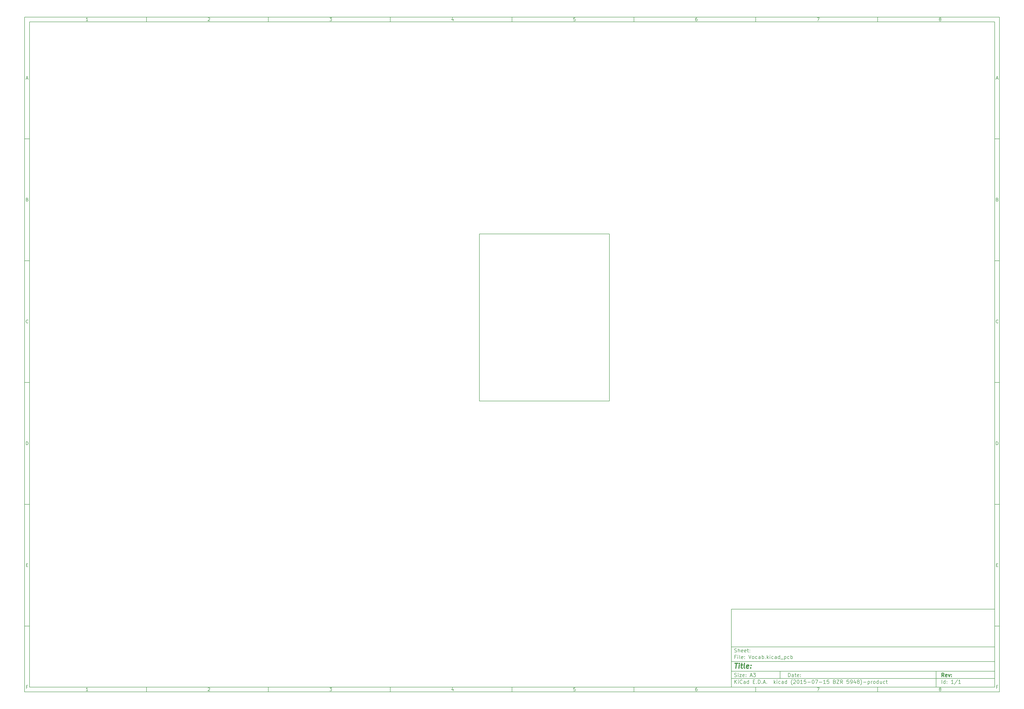
<source format=gbr>
G04 #@! TF.FileFunction,Profile,NP*
%FSLAX46Y46*%
G04 Gerber Fmt 4.6, Leading zero omitted, Abs format (unit mm)*
G04 Created by KiCad (PCBNEW (2015-07-15 BZR 5948)-product) date Tue 15 Sep 2015 04:10:27 BST*
%MOMM*%
G01*
G04 APERTURE LIST*
%ADD10C,0.150000*%
%ADD11C,0.300000*%
%ADD12C,0.400000*%
G04 APERTURE END LIST*
D10*
X299989000Y-253002200D02*
X299989000Y-285002200D01*
X407989000Y-285002200D01*
X407989000Y-253002200D01*
X299989000Y-253002200D01*
X10000000Y-10000000D02*
X10000000Y-287002200D01*
X409989000Y-287002200D01*
X409989000Y-10000000D01*
X10000000Y-10000000D01*
X12000000Y-12000000D02*
X12000000Y-285002200D01*
X407989000Y-285002200D01*
X407989000Y-12000000D01*
X12000000Y-12000000D01*
X60000000Y-12000000D02*
X60000000Y-10000000D01*
X110000000Y-12000000D02*
X110000000Y-10000000D01*
X160000000Y-12000000D02*
X160000000Y-10000000D01*
X210000000Y-12000000D02*
X210000000Y-10000000D01*
X260000000Y-12000000D02*
X260000000Y-10000000D01*
X310000000Y-12000000D02*
X310000000Y-10000000D01*
X360000000Y-12000000D02*
X360000000Y-10000000D01*
X35990476Y-11588095D02*
X35247619Y-11588095D01*
X35619048Y-11588095D02*
X35619048Y-10288095D01*
X35495238Y-10473810D01*
X35371429Y-10597619D01*
X35247619Y-10659524D01*
X85247619Y-10411905D02*
X85309524Y-10350000D01*
X85433333Y-10288095D01*
X85742857Y-10288095D01*
X85866667Y-10350000D01*
X85928571Y-10411905D01*
X85990476Y-10535714D01*
X85990476Y-10659524D01*
X85928571Y-10845238D01*
X85185714Y-11588095D01*
X85990476Y-11588095D01*
X135185714Y-10288095D02*
X135990476Y-10288095D01*
X135557143Y-10783333D01*
X135742857Y-10783333D01*
X135866667Y-10845238D01*
X135928571Y-10907143D01*
X135990476Y-11030952D01*
X135990476Y-11340476D01*
X135928571Y-11464286D01*
X135866667Y-11526190D01*
X135742857Y-11588095D01*
X135371429Y-11588095D01*
X135247619Y-11526190D01*
X135185714Y-11464286D01*
X185866667Y-10721429D02*
X185866667Y-11588095D01*
X185557143Y-10226190D02*
X185247619Y-11154762D01*
X186052381Y-11154762D01*
X235928571Y-10288095D02*
X235309524Y-10288095D01*
X235247619Y-10907143D01*
X235309524Y-10845238D01*
X235433333Y-10783333D01*
X235742857Y-10783333D01*
X235866667Y-10845238D01*
X235928571Y-10907143D01*
X235990476Y-11030952D01*
X235990476Y-11340476D01*
X235928571Y-11464286D01*
X235866667Y-11526190D01*
X235742857Y-11588095D01*
X235433333Y-11588095D01*
X235309524Y-11526190D01*
X235247619Y-11464286D01*
X285866667Y-10288095D02*
X285619048Y-10288095D01*
X285495238Y-10350000D01*
X285433333Y-10411905D01*
X285309524Y-10597619D01*
X285247619Y-10845238D01*
X285247619Y-11340476D01*
X285309524Y-11464286D01*
X285371429Y-11526190D01*
X285495238Y-11588095D01*
X285742857Y-11588095D01*
X285866667Y-11526190D01*
X285928571Y-11464286D01*
X285990476Y-11340476D01*
X285990476Y-11030952D01*
X285928571Y-10907143D01*
X285866667Y-10845238D01*
X285742857Y-10783333D01*
X285495238Y-10783333D01*
X285371429Y-10845238D01*
X285309524Y-10907143D01*
X285247619Y-11030952D01*
X335185714Y-10288095D02*
X336052381Y-10288095D01*
X335495238Y-11588095D01*
X385495238Y-10845238D02*
X385371429Y-10783333D01*
X385309524Y-10721429D01*
X385247619Y-10597619D01*
X385247619Y-10535714D01*
X385309524Y-10411905D01*
X385371429Y-10350000D01*
X385495238Y-10288095D01*
X385742857Y-10288095D01*
X385866667Y-10350000D01*
X385928571Y-10411905D01*
X385990476Y-10535714D01*
X385990476Y-10597619D01*
X385928571Y-10721429D01*
X385866667Y-10783333D01*
X385742857Y-10845238D01*
X385495238Y-10845238D01*
X385371429Y-10907143D01*
X385309524Y-10969048D01*
X385247619Y-11092857D01*
X385247619Y-11340476D01*
X385309524Y-11464286D01*
X385371429Y-11526190D01*
X385495238Y-11588095D01*
X385742857Y-11588095D01*
X385866667Y-11526190D01*
X385928571Y-11464286D01*
X385990476Y-11340476D01*
X385990476Y-11092857D01*
X385928571Y-10969048D01*
X385866667Y-10907143D01*
X385742857Y-10845238D01*
X60000000Y-285002200D02*
X60000000Y-287002200D01*
X110000000Y-285002200D02*
X110000000Y-287002200D01*
X160000000Y-285002200D02*
X160000000Y-287002200D01*
X210000000Y-285002200D02*
X210000000Y-287002200D01*
X260000000Y-285002200D02*
X260000000Y-287002200D01*
X310000000Y-285002200D02*
X310000000Y-287002200D01*
X360000000Y-285002200D02*
X360000000Y-287002200D01*
X35990476Y-286590295D02*
X35247619Y-286590295D01*
X35619048Y-286590295D02*
X35619048Y-285290295D01*
X35495238Y-285476010D01*
X35371429Y-285599819D01*
X35247619Y-285661724D01*
X85247619Y-285414105D02*
X85309524Y-285352200D01*
X85433333Y-285290295D01*
X85742857Y-285290295D01*
X85866667Y-285352200D01*
X85928571Y-285414105D01*
X85990476Y-285537914D01*
X85990476Y-285661724D01*
X85928571Y-285847438D01*
X85185714Y-286590295D01*
X85990476Y-286590295D01*
X135185714Y-285290295D02*
X135990476Y-285290295D01*
X135557143Y-285785533D01*
X135742857Y-285785533D01*
X135866667Y-285847438D01*
X135928571Y-285909343D01*
X135990476Y-286033152D01*
X135990476Y-286342676D01*
X135928571Y-286466486D01*
X135866667Y-286528390D01*
X135742857Y-286590295D01*
X135371429Y-286590295D01*
X135247619Y-286528390D01*
X135185714Y-286466486D01*
X185866667Y-285723629D02*
X185866667Y-286590295D01*
X185557143Y-285228390D02*
X185247619Y-286156962D01*
X186052381Y-286156962D01*
X235928571Y-285290295D02*
X235309524Y-285290295D01*
X235247619Y-285909343D01*
X235309524Y-285847438D01*
X235433333Y-285785533D01*
X235742857Y-285785533D01*
X235866667Y-285847438D01*
X235928571Y-285909343D01*
X235990476Y-286033152D01*
X235990476Y-286342676D01*
X235928571Y-286466486D01*
X235866667Y-286528390D01*
X235742857Y-286590295D01*
X235433333Y-286590295D01*
X235309524Y-286528390D01*
X235247619Y-286466486D01*
X285866667Y-285290295D02*
X285619048Y-285290295D01*
X285495238Y-285352200D01*
X285433333Y-285414105D01*
X285309524Y-285599819D01*
X285247619Y-285847438D01*
X285247619Y-286342676D01*
X285309524Y-286466486D01*
X285371429Y-286528390D01*
X285495238Y-286590295D01*
X285742857Y-286590295D01*
X285866667Y-286528390D01*
X285928571Y-286466486D01*
X285990476Y-286342676D01*
X285990476Y-286033152D01*
X285928571Y-285909343D01*
X285866667Y-285847438D01*
X285742857Y-285785533D01*
X285495238Y-285785533D01*
X285371429Y-285847438D01*
X285309524Y-285909343D01*
X285247619Y-286033152D01*
X335185714Y-285290295D02*
X336052381Y-285290295D01*
X335495238Y-286590295D01*
X385495238Y-285847438D02*
X385371429Y-285785533D01*
X385309524Y-285723629D01*
X385247619Y-285599819D01*
X385247619Y-285537914D01*
X385309524Y-285414105D01*
X385371429Y-285352200D01*
X385495238Y-285290295D01*
X385742857Y-285290295D01*
X385866667Y-285352200D01*
X385928571Y-285414105D01*
X385990476Y-285537914D01*
X385990476Y-285599819D01*
X385928571Y-285723629D01*
X385866667Y-285785533D01*
X385742857Y-285847438D01*
X385495238Y-285847438D01*
X385371429Y-285909343D01*
X385309524Y-285971248D01*
X385247619Y-286095057D01*
X385247619Y-286342676D01*
X385309524Y-286466486D01*
X385371429Y-286528390D01*
X385495238Y-286590295D01*
X385742857Y-286590295D01*
X385866667Y-286528390D01*
X385928571Y-286466486D01*
X385990476Y-286342676D01*
X385990476Y-286095057D01*
X385928571Y-285971248D01*
X385866667Y-285909343D01*
X385742857Y-285847438D01*
X10000000Y-60000000D02*
X12000000Y-60000000D01*
X10000000Y-110000000D02*
X12000000Y-110000000D01*
X10000000Y-160000000D02*
X12000000Y-160000000D01*
X10000000Y-210000000D02*
X12000000Y-210000000D01*
X10000000Y-260000000D02*
X12000000Y-260000000D01*
X10690476Y-35216667D02*
X11309524Y-35216667D01*
X10566667Y-35588095D02*
X11000000Y-34288095D01*
X11433333Y-35588095D01*
X11092857Y-84907143D02*
X11278571Y-84969048D01*
X11340476Y-85030952D01*
X11402381Y-85154762D01*
X11402381Y-85340476D01*
X11340476Y-85464286D01*
X11278571Y-85526190D01*
X11154762Y-85588095D01*
X10659524Y-85588095D01*
X10659524Y-84288095D01*
X11092857Y-84288095D01*
X11216667Y-84350000D01*
X11278571Y-84411905D01*
X11340476Y-84535714D01*
X11340476Y-84659524D01*
X11278571Y-84783333D01*
X11216667Y-84845238D01*
X11092857Y-84907143D01*
X10659524Y-84907143D01*
X11402381Y-135464286D02*
X11340476Y-135526190D01*
X11154762Y-135588095D01*
X11030952Y-135588095D01*
X10845238Y-135526190D01*
X10721429Y-135402381D01*
X10659524Y-135278571D01*
X10597619Y-135030952D01*
X10597619Y-134845238D01*
X10659524Y-134597619D01*
X10721429Y-134473810D01*
X10845238Y-134350000D01*
X11030952Y-134288095D01*
X11154762Y-134288095D01*
X11340476Y-134350000D01*
X11402381Y-134411905D01*
X10659524Y-185588095D02*
X10659524Y-184288095D01*
X10969048Y-184288095D01*
X11154762Y-184350000D01*
X11278571Y-184473810D01*
X11340476Y-184597619D01*
X11402381Y-184845238D01*
X11402381Y-185030952D01*
X11340476Y-185278571D01*
X11278571Y-185402381D01*
X11154762Y-185526190D01*
X10969048Y-185588095D01*
X10659524Y-185588095D01*
X10721429Y-234907143D02*
X11154762Y-234907143D01*
X11340476Y-235588095D02*
X10721429Y-235588095D01*
X10721429Y-234288095D01*
X11340476Y-234288095D01*
X11185714Y-284907143D02*
X10752381Y-284907143D01*
X10752381Y-285588095D02*
X10752381Y-284288095D01*
X11371428Y-284288095D01*
X409989000Y-60000000D02*
X407989000Y-60000000D01*
X409989000Y-110000000D02*
X407989000Y-110000000D01*
X409989000Y-160000000D02*
X407989000Y-160000000D01*
X409989000Y-210000000D02*
X407989000Y-210000000D01*
X409989000Y-260000000D02*
X407989000Y-260000000D01*
X408679476Y-35216667D02*
X409298524Y-35216667D01*
X408555667Y-35588095D02*
X408989000Y-34288095D01*
X409422333Y-35588095D01*
X409081857Y-84907143D02*
X409267571Y-84969048D01*
X409329476Y-85030952D01*
X409391381Y-85154762D01*
X409391381Y-85340476D01*
X409329476Y-85464286D01*
X409267571Y-85526190D01*
X409143762Y-85588095D01*
X408648524Y-85588095D01*
X408648524Y-84288095D01*
X409081857Y-84288095D01*
X409205667Y-84350000D01*
X409267571Y-84411905D01*
X409329476Y-84535714D01*
X409329476Y-84659524D01*
X409267571Y-84783333D01*
X409205667Y-84845238D01*
X409081857Y-84907143D01*
X408648524Y-84907143D01*
X409391381Y-135464286D02*
X409329476Y-135526190D01*
X409143762Y-135588095D01*
X409019952Y-135588095D01*
X408834238Y-135526190D01*
X408710429Y-135402381D01*
X408648524Y-135278571D01*
X408586619Y-135030952D01*
X408586619Y-134845238D01*
X408648524Y-134597619D01*
X408710429Y-134473810D01*
X408834238Y-134350000D01*
X409019952Y-134288095D01*
X409143762Y-134288095D01*
X409329476Y-134350000D01*
X409391381Y-134411905D01*
X408648524Y-185588095D02*
X408648524Y-184288095D01*
X408958048Y-184288095D01*
X409143762Y-184350000D01*
X409267571Y-184473810D01*
X409329476Y-184597619D01*
X409391381Y-184845238D01*
X409391381Y-185030952D01*
X409329476Y-185278571D01*
X409267571Y-185402381D01*
X409143762Y-185526190D01*
X408958048Y-185588095D01*
X408648524Y-185588095D01*
X408710429Y-234907143D02*
X409143762Y-234907143D01*
X409329476Y-235588095D02*
X408710429Y-235588095D01*
X408710429Y-234288095D01*
X409329476Y-234288095D01*
X409174714Y-284907143D02*
X408741381Y-284907143D01*
X408741381Y-285588095D02*
X408741381Y-284288095D01*
X409360428Y-284288095D01*
X323346143Y-280780771D02*
X323346143Y-279280771D01*
X323703286Y-279280771D01*
X323917571Y-279352200D01*
X324060429Y-279495057D01*
X324131857Y-279637914D01*
X324203286Y-279923629D01*
X324203286Y-280137914D01*
X324131857Y-280423629D01*
X324060429Y-280566486D01*
X323917571Y-280709343D01*
X323703286Y-280780771D01*
X323346143Y-280780771D01*
X325489000Y-280780771D02*
X325489000Y-279995057D01*
X325417571Y-279852200D01*
X325274714Y-279780771D01*
X324989000Y-279780771D01*
X324846143Y-279852200D01*
X325489000Y-280709343D02*
X325346143Y-280780771D01*
X324989000Y-280780771D01*
X324846143Y-280709343D01*
X324774714Y-280566486D01*
X324774714Y-280423629D01*
X324846143Y-280280771D01*
X324989000Y-280209343D01*
X325346143Y-280209343D01*
X325489000Y-280137914D01*
X325989000Y-279780771D02*
X326560429Y-279780771D01*
X326203286Y-279280771D02*
X326203286Y-280566486D01*
X326274714Y-280709343D01*
X326417572Y-280780771D01*
X326560429Y-280780771D01*
X327631857Y-280709343D02*
X327489000Y-280780771D01*
X327203286Y-280780771D01*
X327060429Y-280709343D01*
X326989000Y-280566486D01*
X326989000Y-279995057D01*
X327060429Y-279852200D01*
X327203286Y-279780771D01*
X327489000Y-279780771D01*
X327631857Y-279852200D01*
X327703286Y-279995057D01*
X327703286Y-280137914D01*
X326989000Y-280280771D01*
X328346143Y-280637914D02*
X328417571Y-280709343D01*
X328346143Y-280780771D01*
X328274714Y-280709343D01*
X328346143Y-280637914D01*
X328346143Y-280780771D01*
X328346143Y-279852200D02*
X328417571Y-279923629D01*
X328346143Y-279995057D01*
X328274714Y-279923629D01*
X328346143Y-279852200D01*
X328346143Y-279995057D01*
X299989000Y-281502200D02*
X407989000Y-281502200D01*
X301346143Y-283580771D02*
X301346143Y-282080771D01*
X302203286Y-283580771D02*
X301560429Y-282723629D01*
X302203286Y-282080771D02*
X301346143Y-282937914D01*
X302846143Y-283580771D02*
X302846143Y-282580771D01*
X302846143Y-282080771D02*
X302774714Y-282152200D01*
X302846143Y-282223629D01*
X302917571Y-282152200D01*
X302846143Y-282080771D01*
X302846143Y-282223629D01*
X304417572Y-283437914D02*
X304346143Y-283509343D01*
X304131857Y-283580771D01*
X303989000Y-283580771D01*
X303774715Y-283509343D01*
X303631857Y-283366486D01*
X303560429Y-283223629D01*
X303489000Y-282937914D01*
X303489000Y-282723629D01*
X303560429Y-282437914D01*
X303631857Y-282295057D01*
X303774715Y-282152200D01*
X303989000Y-282080771D01*
X304131857Y-282080771D01*
X304346143Y-282152200D01*
X304417572Y-282223629D01*
X305703286Y-283580771D02*
X305703286Y-282795057D01*
X305631857Y-282652200D01*
X305489000Y-282580771D01*
X305203286Y-282580771D01*
X305060429Y-282652200D01*
X305703286Y-283509343D02*
X305560429Y-283580771D01*
X305203286Y-283580771D01*
X305060429Y-283509343D01*
X304989000Y-283366486D01*
X304989000Y-283223629D01*
X305060429Y-283080771D01*
X305203286Y-283009343D01*
X305560429Y-283009343D01*
X305703286Y-282937914D01*
X307060429Y-283580771D02*
X307060429Y-282080771D01*
X307060429Y-283509343D02*
X306917572Y-283580771D01*
X306631858Y-283580771D01*
X306489000Y-283509343D01*
X306417572Y-283437914D01*
X306346143Y-283295057D01*
X306346143Y-282866486D01*
X306417572Y-282723629D01*
X306489000Y-282652200D01*
X306631858Y-282580771D01*
X306917572Y-282580771D01*
X307060429Y-282652200D01*
X308917572Y-282795057D02*
X309417572Y-282795057D01*
X309631858Y-283580771D02*
X308917572Y-283580771D01*
X308917572Y-282080771D01*
X309631858Y-282080771D01*
X310274715Y-283437914D02*
X310346143Y-283509343D01*
X310274715Y-283580771D01*
X310203286Y-283509343D01*
X310274715Y-283437914D01*
X310274715Y-283580771D01*
X310989001Y-283580771D02*
X310989001Y-282080771D01*
X311346144Y-282080771D01*
X311560429Y-282152200D01*
X311703287Y-282295057D01*
X311774715Y-282437914D01*
X311846144Y-282723629D01*
X311846144Y-282937914D01*
X311774715Y-283223629D01*
X311703287Y-283366486D01*
X311560429Y-283509343D01*
X311346144Y-283580771D01*
X310989001Y-283580771D01*
X312489001Y-283437914D02*
X312560429Y-283509343D01*
X312489001Y-283580771D01*
X312417572Y-283509343D01*
X312489001Y-283437914D01*
X312489001Y-283580771D01*
X313131858Y-283152200D02*
X313846144Y-283152200D01*
X312989001Y-283580771D02*
X313489001Y-282080771D01*
X313989001Y-283580771D01*
X314489001Y-283437914D02*
X314560429Y-283509343D01*
X314489001Y-283580771D01*
X314417572Y-283509343D01*
X314489001Y-283437914D01*
X314489001Y-283580771D01*
X317489001Y-283580771D02*
X317489001Y-282080771D01*
X317631858Y-283009343D02*
X318060429Y-283580771D01*
X318060429Y-282580771D02*
X317489001Y-283152200D01*
X318703287Y-283580771D02*
X318703287Y-282580771D01*
X318703287Y-282080771D02*
X318631858Y-282152200D01*
X318703287Y-282223629D01*
X318774715Y-282152200D01*
X318703287Y-282080771D01*
X318703287Y-282223629D01*
X320060430Y-283509343D02*
X319917573Y-283580771D01*
X319631859Y-283580771D01*
X319489001Y-283509343D01*
X319417573Y-283437914D01*
X319346144Y-283295057D01*
X319346144Y-282866486D01*
X319417573Y-282723629D01*
X319489001Y-282652200D01*
X319631859Y-282580771D01*
X319917573Y-282580771D01*
X320060430Y-282652200D01*
X321346144Y-283580771D02*
X321346144Y-282795057D01*
X321274715Y-282652200D01*
X321131858Y-282580771D01*
X320846144Y-282580771D01*
X320703287Y-282652200D01*
X321346144Y-283509343D02*
X321203287Y-283580771D01*
X320846144Y-283580771D01*
X320703287Y-283509343D01*
X320631858Y-283366486D01*
X320631858Y-283223629D01*
X320703287Y-283080771D01*
X320846144Y-283009343D01*
X321203287Y-283009343D01*
X321346144Y-282937914D01*
X322703287Y-283580771D02*
X322703287Y-282080771D01*
X322703287Y-283509343D02*
X322560430Y-283580771D01*
X322274716Y-283580771D01*
X322131858Y-283509343D01*
X322060430Y-283437914D01*
X321989001Y-283295057D01*
X321989001Y-282866486D01*
X322060430Y-282723629D01*
X322131858Y-282652200D01*
X322274716Y-282580771D01*
X322560430Y-282580771D01*
X322703287Y-282652200D01*
X324989001Y-284152200D02*
X324917573Y-284080771D01*
X324774716Y-283866486D01*
X324703287Y-283723629D01*
X324631858Y-283509343D01*
X324560430Y-283152200D01*
X324560430Y-282866486D01*
X324631858Y-282509343D01*
X324703287Y-282295057D01*
X324774716Y-282152200D01*
X324917573Y-281937914D01*
X324989001Y-281866486D01*
X325489001Y-282223629D02*
X325560430Y-282152200D01*
X325703287Y-282080771D01*
X326060430Y-282080771D01*
X326203287Y-282152200D01*
X326274716Y-282223629D01*
X326346144Y-282366486D01*
X326346144Y-282509343D01*
X326274716Y-282723629D01*
X325417573Y-283580771D01*
X326346144Y-283580771D01*
X327274715Y-282080771D02*
X327417572Y-282080771D01*
X327560429Y-282152200D01*
X327631858Y-282223629D01*
X327703287Y-282366486D01*
X327774715Y-282652200D01*
X327774715Y-283009343D01*
X327703287Y-283295057D01*
X327631858Y-283437914D01*
X327560429Y-283509343D01*
X327417572Y-283580771D01*
X327274715Y-283580771D01*
X327131858Y-283509343D01*
X327060429Y-283437914D01*
X326989001Y-283295057D01*
X326917572Y-283009343D01*
X326917572Y-282652200D01*
X326989001Y-282366486D01*
X327060429Y-282223629D01*
X327131858Y-282152200D01*
X327274715Y-282080771D01*
X329203286Y-283580771D02*
X328346143Y-283580771D01*
X328774715Y-283580771D02*
X328774715Y-282080771D01*
X328631858Y-282295057D01*
X328489000Y-282437914D01*
X328346143Y-282509343D01*
X330560429Y-282080771D02*
X329846143Y-282080771D01*
X329774714Y-282795057D01*
X329846143Y-282723629D01*
X329989000Y-282652200D01*
X330346143Y-282652200D01*
X330489000Y-282723629D01*
X330560429Y-282795057D01*
X330631857Y-282937914D01*
X330631857Y-283295057D01*
X330560429Y-283437914D01*
X330489000Y-283509343D01*
X330346143Y-283580771D01*
X329989000Y-283580771D01*
X329846143Y-283509343D01*
X329774714Y-283437914D01*
X331274714Y-283009343D02*
X332417571Y-283009343D01*
X333417571Y-282080771D02*
X333560428Y-282080771D01*
X333703285Y-282152200D01*
X333774714Y-282223629D01*
X333846143Y-282366486D01*
X333917571Y-282652200D01*
X333917571Y-283009343D01*
X333846143Y-283295057D01*
X333774714Y-283437914D01*
X333703285Y-283509343D01*
X333560428Y-283580771D01*
X333417571Y-283580771D01*
X333274714Y-283509343D01*
X333203285Y-283437914D01*
X333131857Y-283295057D01*
X333060428Y-283009343D01*
X333060428Y-282652200D01*
X333131857Y-282366486D01*
X333203285Y-282223629D01*
X333274714Y-282152200D01*
X333417571Y-282080771D01*
X334417571Y-282080771D02*
X335417571Y-282080771D01*
X334774714Y-283580771D01*
X335988999Y-283009343D02*
X337131856Y-283009343D01*
X338631856Y-283580771D02*
X337774713Y-283580771D01*
X338203285Y-283580771D02*
X338203285Y-282080771D01*
X338060428Y-282295057D01*
X337917570Y-282437914D01*
X337774713Y-282509343D01*
X339988999Y-282080771D02*
X339274713Y-282080771D01*
X339203284Y-282795057D01*
X339274713Y-282723629D01*
X339417570Y-282652200D01*
X339774713Y-282652200D01*
X339917570Y-282723629D01*
X339988999Y-282795057D01*
X340060427Y-282937914D01*
X340060427Y-283295057D01*
X339988999Y-283437914D01*
X339917570Y-283509343D01*
X339774713Y-283580771D01*
X339417570Y-283580771D01*
X339274713Y-283509343D01*
X339203284Y-283437914D01*
X342346141Y-282795057D02*
X342560427Y-282866486D01*
X342631855Y-282937914D01*
X342703284Y-283080771D01*
X342703284Y-283295057D01*
X342631855Y-283437914D01*
X342560427Y-283509343D01*
X342417569Y-283580771D01*
X341846141Y-283580771D01*
X341846141Y-282080771D01*
X342346141Y-282080771D01*
X342488998Y-282152200D01*
X342560427Y-282223629D01*
X342631855Y-282366486D01*
X342631855Y-282509343D01*
X342560427Y-282652200D01*
X342488998Y-282723629D01*
X342346141Y-282795057D01*
X341846141Y-282795057D01*
X343203284Y-282080771D02*
X344203284Y-282080771D01*
X343203284Y-283580771D01*
X344203284Y-283580771D01*
X345631855Y-283580771D02*
X345131855Y-282866486D01*
X344774712Y-283580771D02*
X344774712Y-282080771D01*
X345346140Y-282080771D01*
X345488998Y-282152200D01*
X345560426Y-282223629D01*
X345631855Y-282366486D01*
X345631855Y-282580771D01*
X345560426Y-282723629D01*
X345488998Y-282795057D01*
X345346140Y-282866486D01*
X344774712Y-282866486D01*
X348131855Y-282080771D02*
X347417569Y-282080771D01*
X347346140Y-282795057D01*
X347417569Y-282723629D01*
X347560426Y-282652200D01*
X347917569Y-282652200D01*
X348060426Y-282723629D01*
X348131855Y-282795057D01*
X348203283Y-282937914D01*
X348203283Y-283295057D01*
X348131855Y-283437914D01*
X348060426Y-283509343D01*
X347917569Y-283580771D01*
X347560426Y-283580771D01*
X347417569Y-283509343D01*
X347346140Y-283437914D01*
X348917568Y-283580771D02*
X349203283Y-283580771D01*
X349346140Y-283509343D01*
X349417568Y-283437914D01*
X349560426Y-283223629D01*
X349631854Y-282937914D01*
X349631854Y-282366486D01*
X349560426Y-282223629D01*
X349488997Y-282152200D01*
X349346140Y-282080771D01*
X349060426Y-282080771D01*
X348917568Y-282152200D01*
X348846140Y-282223629D01*
X348774711Y-282366486D01*
X348774711Y-282723629D01*
X348846140Y-282866486D01*
X348917568Y-282937914D01*
X349060426Y-283009343D01*
X349346140Y-283009343D01*
X349488997Y-282937914D01*
X349560426Y-282866486D01*
X349631854Y-282723629D01*
X350917568Y-282580771D02*
X350917568Y-283580771D01*
X350560425Y-282009343D02*
X350203282Y-283080771D01*
X351131854Y-283080771D01*
X351917568Y-282723629D02*
X351774710Y-282652200D01*
X351703282Y-282580771D01*
X351631853Y-282437914D01*
X351631853Y-282366486D01*
X351703282Y-282223629D01*
X351774710Y-282152200D01*
X351917568Y-282080771D01*
X352203282Y-282080771D01*
X352346139Y-282152200D01*
X352417568Y-282223629D01*
X352488996Y-282366486D01*
X352488996Y-282437914D01*
X352417568Y-282580771D01*
X352346139Y-282652200D01*
X352203282Y-282723629D01*
X351917568Y-282723629D01*
X351774710Y-282795057D01*
X351703282Y-282866486D01*
X351631853Y-283009343D01*
X351631853Y-283295057D01*
X351703282Y-283437914D01*
X351774710Y-283509343D01*
X351917568Y-283580771D01*
X352203282Y-283580771D01*
X352346139Y-283509343D01*
X352417568Y-283437914D01*
X352488996Y-283295057D01*
X352488996Y-283009343D01*
X352417568Y-282866486D01*
X352346139Y-282795057D01*
X352203282Y-282723629D01*
X352988996Y-284152200D02*
X353060424Y-284080771D01*
X353203281Y-283866486D01*
X353274710Y-283723629D01*
X353346139Y-283509343D01*
X353417567Y-283152200D01*
X353417567Y-282866486D01*
X353346139Y-282509343D01*
X353274710Y-282295057D01*
X353203281Y-282152200D01*
X353060424Y-281937914D01*
X352988996Y-281866486D01*
X354131853Y-283009343D02*
X355274710Y-283009343D01*
X355988996Y-282580771D02*
X355988996Y-284080771D01*
X355988996Y-282652200D02*
X356131853Y-282580771D01*
X356417567Y-282580771D01*
X356560424Y-282652200D01*
X356631853Y-282723629D01*
X356703282Y-282866486D01*
X356703282Y-283295057D01*
X356631853Y-283437914D01*
X356560424Y-283509343D01*
X356417567Y-283580771D01*
X356131853Y-283580771D01*
X355988996Y-283509343D01*
X357346139Y-283580771D02*
X357346139Y-282580771D01*
X357346139Y-282866486D02*
X357417567Y-282723629D01*
X357488996Y-282652200D01*
X357631853Y-282580771D01*
X357774710Y-282580771D01*
X358488996Y-283580771D02*
X358346138Y-283509343D01*
X358274710Y-283437914D01*
X358203281Y-283295057D01*
X358203281Y-282866486D01*
X358274710Y-282723629D01*
X358346138Y-282652200D01*
X358488996Y-282580771D01*
X358703281Y-282580771D01*
X358846138Y-282652200D01*
X358917567Y-282723629D01*
X358988996Y-282866486D01*
X358988996Y-283295057D01*
X358917567Y-283437914D01*
X358846138Y-283509343D01*
X358703281Y-283580771D01*
X358488996Y-283580771D01*
X360274710Y-283580771D02*
X360274710Y-282080771D01*
X360274710Y-283509343D02*
X360131853Y-283580771D01*
X359846139Y-283580771D01*
X359703281Y-283509343D01*
X359631853Y-283437914D01*
X359560424Y-283295057D01*
X359560424Y-282866486D01*
X359631853Y-282723629D01*
X359703281Y-282652200D01*
X359846139Y-282580771D01*
X360131853Y-282580771D01*
X360274710Y-282652200D01*
X361631853Y-282580771D02*
X361631853Y-283580771D01*
X360988996Y-282580771D02*
X360988996Y-283366486D01*
X361060424Y-283509343D01*
X361203282Y-283580771D01*
X361417567Y-283580771D01*
X361560424Y-283509343D01*
X361631853Y-283437914D01*
X362988996Y-283509343D02*
X362846139Y-283580771D01*
X362560425Y-283580771D01*
X362417567Y-283509343D01*
X362346139Y-283437914D01*
X362274710Y-283295057D01*
X362274710Y-282866486D01*
X362346139Y-282723629D01*
X362417567Y-282652200D01*
X362560425Y-282580771D01*
X362846139Y-282580771D01*
X362988996Y-282652200D01*
X363417567Y-282580771D02*
X363988996Y-282580771D01*
X363631853Y-282080771D02*
X363631853Y-283366486D01*
X363703281Y-283509343D01*
X363846139Y-283580771D01*
X363988996Y-283580771D01*
X299989000Y-278502200D02*
X407989000Y-278502200D01*
D11*
X387203286Y-280780771D02*
X386703286Y-280066486D01*
X386346143Y-280780771D02*
X386346143Y-279280771D01*
X386917571Y-279280771D01*
X387060429Y-279352200D01*
X387131857Y-279423629D01*
X387203286Y-279566486D01*
X387203286Y-279780771D01*
X387131857Y-279923629D01*
X387060429Y-279995057D01*
X386917571Y-280066486D01*
X386346143Y-280066486D01*
X388417571Y-280709343D02*
X388274714Y-280780771D01*
X387989000Y-280780771D01*
X387846143Y-280709343D01*
X387774714Y-280566486D01*
X387774714Y-279995057D01*
X387846143Y-279852200D01*
X387989000Y-279780771D01*
X388274714Y-279780771D01*
X388417571Y-279852200D01*
X388489000Y-279995057D01*
X388489000Y-280137914D01*
X387774714Y-280280771D01*
X388989000Y-279780771D02*
X389346143Y-280780771D01*
X389703285Y-279780771D01*
X390274714Y-280637914D02*
X390346142Y-280709343D01*
X390274714Y-280780771D01*
X390203285Y-280709343D01*
X390274714Y-280637914D01*
X390274714Y-280780771D01*
X390274714Y-279852200D02*
X390346142Y-279923629D01*
X390274714Y-279995057D01*
X390203285Y-279923629D01*
X390274714Y-279852200D01*
X390274714Y-279995057D01*
D10*
X301274714Y-280709343D02*
X301489000Y-280780771D01*
X301846143Y-280780771D01*
X301989000Y-280709343D01*
X302060429Y-280637914D01*
X302131857Y-280495057D01*
X302131857Y-280352200D01*
X302060429Y-280209343D01*
X301989000Y-280137914D01*
X301846143Y-280066486D01*
X301560429Y-279995057D01*
X301417571Y-279923629D01*
X301346143Y-279852200D01*
X301274714Y-279709343D01*
X301274714Y-279566486D01*
X301346143Y-279423629D01*
X301417571Y-279352200D01*
X301560429Y-279280771D01*
X301917571Y-279280771D01*
X302131857Y-279352200D01*
X302774714Y-280780771D02*
X302774714Y-279780771D01*
X302774714Y-279280771D02*
X302703285Y-279352200D01*
X302774714Y-279423629D01*
X302846142Y-279352200D01*
X302774714Y-279280771D01*
X302774714Y-279423629D01*
X303346143Y-279780771D02*
X304131857Y-279780771D01*
X303346143Y-280780771D01*
X304131857Y-280780771D01*
X305274714Y-280709343D02*
X305131857Y-280780771D01*
X304846143Y-280780771D01*
X304703286Y-280709343D01*
X304631857Y-280566486D01*
X304631857Y-279995057D01*
X304703286Y-279852200D01*
X304846143Y-279780771D01*
X305131857Y-279780771D01*
X305274714Y-279852200D01*
X305346143Y-279995057D01*
X305346143Y-280137914D01*
X304631857Y-280280771D01*
X305989000Y-280637914D02*
X306060428Y-280709343D01*
X305989000Y-280780771D01*
X305917571Y-280709343D01*
X305989000Y-280637914D01*
X305989000Y-280780771D01*
X305989000Y-279852200D02*
X306060428Y-279923629D01*
X305989000Y-279995057D01*
X305917571Y-279923629D01*
X305989000Y-279852200D01*
X305989000Y-279995057D01*
X307774714Y-280352200D02*
X308489000Y-280352200D01*
X307631857Y-280780771D02*
X308131857Y-279280771D01*
X308631857Y-280780771D01*
X308989000Y-279280771D02*
X309917571Y-279280771D01*
X309417571Y-279852200D01*
X309631857Y-279852200D01*
X309774714Y-279923629D01*
X309846143Y-279995057D01*
X309917571Y-280137914D01*
X309917571Y-280495057D01*
X309846143Y-280637914D01*
X309774714Y-280709343D01*
X309631857Y-280780771D01*
X309203285Y-280780771D01*
X309060428Y-280709343D01*
X308989000Y-280637914D01*
X386346143Y-283580771D02*
X386346143Y-282080771D01*
X387703286Y-283580771D02*
X387703286Y-282080771D01*
X387703286Y-283509343D02*
X387560429Y-283580771D01*
X387274715Y-283580771D01*
X387131857Y-283509343D01*
X387060429Y-283437914D01*
X386989000Y-283295057D01*
X386989000Y-282866486D01*
X387060429Y-282723629D01*
X387131857Y-282652200D01*
X387274715Y-282580771D01*
X387560429Y-282580771D01*
X387703286Y-282652200D01*
X388417572Y-283437914D02*
X388489000Y-283509343D01*
X388417572Y-283580771D01*
X388346143Y-283509343D01*
X388417572Y-283437914D01*
X388417572Y-283580771D01*
X388417572Y-282652200D02*
X388489000Y-282723629D01*
X388417572Y-282795057D01*
X388346143Y-282723629D01*
X388417572Y-282652200D01*
X388417572Y-282795057D01*
X391060429Y-283580771D02*
X390203286Y-283580771D01*
X390631858Y-283580771D02*
X390631858Y-282080771D01*
X390489001Y-282295057D01*
X390346143Y-282437914D01*
X390203286Y-282509343D01*
X392774714Y-282009343D02*
X391489000Y-283937914D01*
X394060429Y-283580771D02*
X393203286Y-283580771D01*
X393631858Y-283580771D02*
X393631858Y-282080771D01*
X393489001Y-282295057D01*
X393346143Y-282437914D01*
X393203286Y-282509343D01*
X299989000Y-274502200D02*
X407989000Y-274502200D01*
D12*
X301441381Y-275206962D02*
X302584238Y-275206962D01*
X301762810Y-277206962D02*
X302012810Y-275206962D01*
X303000905Y-277206962D02*
X303167571Y-275873629D01*
X303250905Y-275206962D02*
X303143762Y-275302200D01*
X303227095Y-275397438D01*
X303334239Y-275302200D01*
X303250905Y-275206962D01*
X303227095Y-275397438D01*
X303834238Y-275873629D02*
X304596143Y-275873629D01*
X304203286Y-275206962D02*
X303989000Y-276921248D01*
X304060430Y-277111724D01*
X304239001Y-277206962D01*
X304429477Y-277206962D01*
X305381858Y-277206962D02*
X305203287Y-277111724D01*
X305131857Y-276921248D01*
X305346143Y-275206962D01*
X306917572Y-277111724D02*
X306715191Y-277206962D01*
X306334239Y-277206962D01*
X306155667Y-277111724D01*
X306084238Y-276921248D01*
X306179476Y-276159343D01*
X306298524Y-275968867D01*
X306500905Y-275873629D01*
X306881857Y-275873629D01*
X307060429Y-275968867D01*
X307131857Y-276159343D01*
X307108048Y-276349819D01*
X306131857Y-276540295D01*
X307881857Y-277016486D02*
X307965192Y-277111724D01*
X307858048Y-277206962D01*
X307774715Y-277111724D01*
X307881857Y-277016486D01*
X307858048Y-277206962D01*
X308012810Y-275968867D02*
X308096144Y-276064105D01*
X307989000Y-276159343D01*
X307905667Y-276064105D01*
X308012810Y-275968867D01*
X307989000Y-276159343D01*
D10*
X301846143Y-272595057D02*
X301346143Y-272595057D01*
X301346143Y-273380771D02*
X301346143Y-271880771D01*
X302060429Y-271880771D01*
X302631857Y-273380771D02*
X302631857Y-272380771D01*
X302631857Y-271880771D02*
X302560428Y-271952200D01*
X302631857Y-272023629D01*
X302703285Y-271952200D01*
X302631857Y-271880771D01*
X302631857Y-272023629D01*
X303560429Y-273380771D02*
X303417571Y-273309343D01*
X303346143Y-273166486D01*
X303346143Y-271880771D01*
X304703285Y-273309343D02*
X304560428Y-273380771D01*
X304274714Y-273380771D01*
X304131857Y-273309343D01*
X304060428Y-273166486D01*
X304060428Y-272595057D01*
X304131857Y-272452200D01*
X304274714Y-272380771D01*
X304560428Y-272380771D01*
X304703285Y-272452200D01*
X304774714Y-272595057D01*
X304774714Y-272737914D01*
X304060428Y-272880771D01*
X305417571Y-273237914D02*
X305488999Y-273309343D01*
X305417571Y-273380771D01*
X305346142Y-273309343D01*
X305417571Y-273237914D01*
X305417571Y-273380771D01*
X305417571Y-272452200D02*
X305488999Y-272523629D01*
X305417571Y-272595057D01*
X305346142Y-272523629D01*
X305417571Y-272452200D01*
X305417571Y-272595057D01*
X307060428Y-271880771D02*
X307560428Y-273380771D01*
X308060428Y-271880771D01*
X308774714Y-273380771D02*
X308631856Y-273309343D01*
X308560428Y-273237914D01*
X308488999Y-273095057D01*
X308488999Y-272666486D01*
X308560428Y-272523629D01*
X308631856Y-272452200D01*
X308774714Y-272380771D01*
X308988999Y-272380771D01*
X309131856Y-272452200D01*
X309203285Y-272523629D01*
X309274714Y-272666486D01*
X309274714Y-273095057D01*
X309203285Y-273237914D01*
X309131856Y-273309343D01*
X308988999Y-273380771D01*
X308774714Y-273380771D01*
X310560428Y-273309343D02*
X310417571Y-273380771D01*
X310131857Y-273380771D01*
X309988999Y-273309343D01*
X309917571Y-273237914D01*
X309846142Y-273095057D01*
X309846142Y-272666486D01*
X309917571Y-272523629D01*
X309988999Y-272452200D01*
X310131857Y-272380771D01*
X310417571Y-272380771D01*
X310560428Y-272452200D01*
X311846142Y-273380771D02*
X311846142Y-272595057D01*
X311774713Y-272452200D01*
X311631856Y-272380771D01*
X311346142Y-272380771D01*
X311203285Y-272452200D01*
X311846142Y-273309343D02*
X311703285Y-273380771D01*
X311346142Y-273380771D01*
X311203285Y-273309343D01*
X311131856Y-273166486D01*
X311131856Y-273023629D01*
X311203285Y-272880771D01*
X311346142Y-272809343D01*
X311703285Y-272809343D01*
X311846142Y-272737914D01*
X312560428Y-273380771D02*
X312560428Y-271880771D01*
X312560428Y-272452200D02*
X312703285Y-272380771D01*
X312988999Y-272380771D01*
X313131856Y-272452200D01*
X313203285Y-272523629D01*
X313274714Y-272666486D01*
X313274714Y-273095057D01*
X313203285Y-273237914D01*
X313131856Y-273309343D01*
X312988999Y-273380771D01*
X312703285Y-273380771D01*
X312560428Y-273309343D01*
X313917571Y-273237914D02*
X313988999Y-273309343D01*
X313917571Y-273380771D01*
X313846142Y-273309343D01*
X313917571Y-273237914D01*
X313917571Y-273380771D01*
X314631857Y-273380771D02*
X314631857Y-271880771D01*
X314774714Y-272809343D02*
X315203285Y-273380771D01*
X315203285Y-272380771D02*
X314631857Y-272952200D01*
X315846143Y-273380771D02*
X315846143Y-272380771D01*
X315846143Y-271880771D02*
X315774714Y-271952200D01*
X315846143Y-272023629D01*
X315917571Y-271952200D01*
X315846143Y-271880771D01*
X315846143Y-272023629D01*
X317203286Y-273309343D02*
X317060429Y-273380771D01*
X316774715Y-273380771D01*
X316631857Y-273309343D01*
X316560429Y-273237914D01*
X316489000Y-273095057D01*
X316489000Y-272666486D01*
X316560429Y-272523629D01*
X316631857Y-272452200D01*
X316774715Y-272380771D01*
X317060429Y-272380771D01*
X317203286Y-272452200D01*
X318489000Y-273380771D02*
X318489000Y-272595057D01*
X318417571Y-272452200D01*
X318274714Y-272380771D01*
X317989000Y-272380771D01*
X317846143Y-272452200D01*
X318489000Y-273309343D02*
X318346143Y-273380771D01*
X317989000Y-273380771D01*
X317846143Y-273309343D01*
X317774714Y-273166486D01*
X317774714Y-273023629D01*
X317846143Y-272880771D01*
X317989000Y-272809343D01*
X318346143Y-272809343D01*
X318489000Y-272737914D01*
X319846143Y-273380771D02*
X319846143Y-271880771D01*
X319846143Y-273309343D02*
X319703286Y-273380771D01*
X319417572Y-273380771D01*
X319274714Y-273309343D01*
X319203286Y-273237914D01*
X319131857Y-273095057D01*
X319131857Y-272666486D01*
X319203286Y-272523629D01*
X319274714Y-272452200D01*
X319417572Y-272380771D01*
X319703286Y-272380771D01*
X319846143Y-272452200D01*
X320203286Y-273523629D02*
X321346143Y-273523629D01*
X321703286Y-272380771D02*
X321703286Y-273880771D01*
X321703286Y-272452200D02*
X321846143Y-272380771D01*
X322131857Y-272380771D01*
X322274714Y-272452200D01*
X322346143Y-272523629D01*
X322417572Y-272666486D01*
X322417572Y-273095057D01*
X322346143Y-273237914D01*
X322274714Y-273309343D01*
X322131857Y-273380771D01*
X321846143Y-273380771D01*
X321703286Y-273309343D01*
X323703286Y-273309343D02*
X323560429Y-273380771D01*
X323274715Y-273380771D01*
X323131857Y-273309343D01*
X323060429Y-273237914D01*
X322989000Y-273095057D01*
X322989000Y-272666486D01*
X323060429Y-272523629D01*
X323131857Y-272452200D01*
X323274715Y-272380771D01*
X323560429Y-272380771D01*
X323703286Y-272452200D01*
X324346143Y-273380771D02*
X324346143Y-271880771D01*
X324346143Y-272452200D02*
X324489000Y-272380771D01*
X324774714Y-272380771D01*
X324917571Y-272452200D01*
X324989000Y-272523629D01*
X325060429Y-272666486D01*
X325060429Y-273095057D01*
X324989000Y-273237914D01*
X324917571Y-273309343D01*
X324774714Y-273380771D01*
X324489000Y-273380771D01*
X324346143Y-273309343D01*
X299989000Y-268502200D02*
X407989000Y-268502200D01*
X301274714Y-270609343D02*
X301489000Y-270680771D01*
X301846143Y-270680771D01*
X301989000Y-270609343D01*
X302060429Y-270537914D01*
X302131857Y-270395057D01*
X302131857Y-270252200D01*
X302060429Y-270109343D01*
X301989000Y-270037914D01*
X301846143Y-269966486D01*
X301560429Y-269895057D01*
X301417571Y-269823629D01*
X301346143Y-269752200D01*
X301274714Y-269609343D01*
X301274714Y-269466486D01*
X301346143Y-269323629D01*
X301417571Y-269252200D01*
X301560429Y-269180771D01*
X301917571Y-269180771D01*
X302131857Y-269252200D01*
X302774714Y-270680771D02*
X302774714Y-269180771D01*
X303417571Y-270680771D02*
X303417571Y-269895057D01*
X303346142Y-269752200D01*
X303203285Y-269680771D01*
X302989000Y-269680771D01*
X302846142Y-269752200D01*
X302774714Y-269823629D01*
X304703285Y-270609343D02*
X304560428Y-270680771D01*
X304274714Y-270680771D01*
X304131857Y-270609343D01*
X304060428Y-270466486D01*
X304060428Y-269895057D01*
X304131857Y-269752200D01*
X304274714Y-269680771D01*
X304560428Y-269680771D01*
X304703285Y-269752200D01*
X304774714Y-269895057D01*
X304774714Y-270037914D01*
X304060428Y-270180771D01*
X305988999Y-270609343D02*
X305846142Y-270680771D01*
X305560428Y-270680771D01*
X305417571Y-270609343D01*
X305346142Y-270466486D01*
X305346142Y-269895057D01*
X305417571Y-269752200D01*
X305560428Y-269680771D01*
X305846142Y-269680771D01*
X305988999Y-269752200D01*
X306060428Y-269895057D01*
X306060428Y-270037914D01*
X305346142Y-270180771D01*
X306488999Y-269680771D02*
X307060428Y-269680771D01*
X306703285Y-269180771D02*
X306703285Y-270466486D01*
X306774713Y-270609343D01*
X306917571Y-270680771D01*
X307060428Y-270680771D01*
X307560428Y-270537914D02*
X307631856Y-270609343D01*
X307560428Y-270680771D01*
X307488999Y-270609343D01*
X307560428Y-270537914D01*
X307560428Y-270680771D01*
X307560428Y-269752200D02*
X307631856Y-269823629D01*
X307560428Y-269895057D01*
X307488999Y-269823629D01*
X307560428Y-269752200D01*
X307560428Y-269895057D01*
X319989000Y-278502200D02*
X319989000Y-281502200D01*
X383989000Y-278502200D02*
X383989000Y-285002200D01*
X196596000Y-167640000D02*
X196596000Y-99060000D01*
X249936000Y-167640000D02*
X196596000Y-167640000D01*
X249936000Y-99060000D02*
X249936000Y-167640000D01*
X196596000Y-99060000D02*
X249936000Y-99060000D01*
M02*

</source>
